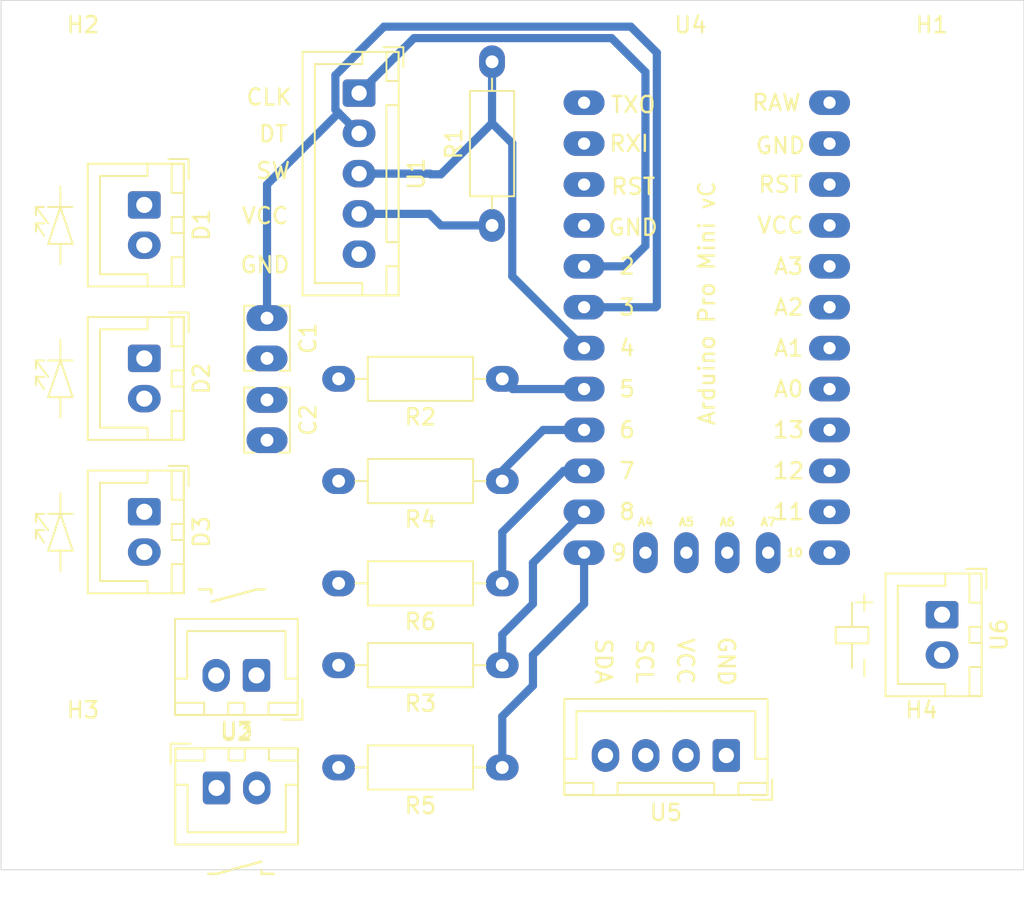
<source format=kicad_pcb>
(kicad_pcb (version 20240108) (generator "pcbnew") (generator_version "8.0")
  (layers (0 "F.Cu" signal) (31 "B.Cu" signal) (34 "B.Paste" user) (35 "F.Paste" user) (36 "B.SilkS" user "B.Silkscreen") (37 "F.SilkS" user "F.Silkscreen") (38 "B.Mask" user) (39 "F.Mask" user) (44 "Edge.Cuts" user))
  (net 0 "")
  (net 1 "Net-(U1-DT)")
  (net 2 "GND")
  (net 3 "Net-(U1-CLK)")
  (net 4 "Net-(D1-A)")
  (net 5 "Net-(D2-A)")
  (net 6 "Net-(D3-A)")
  (net 7 "Net-(U1-SW)")
  (net 8 "+5V")
  (net 9 "Net-(U2-NO)")
  (net 10 "Net-(U3-NO)")
  (net 13 "Net-(U4-5)")
  (net 14 "Net-(U4-6)")
  (net 15 "Net-(U4-7)")
  (net 17 "Net-(U4-A4)")
  (net 18 "Net-(U4-A5)")
  (net 31 "Net-(U4-11)")
  (footprint "My_Headers:4-pin JST SSD1306 I2C OLED Display" (layer "F.Cu") (at 111.065 102.125 180)
    (property "Reference" "U5" (at 3.75 -3.55 0) (layer "F.SilkS"))
    (property "Value" "SSD1306_I2C_display")
    (fp_line (start 10.06 3.51) (end 10.06 -2.46) (stroke (width 0.12)) (layer "F.SilkS"))
    (fp_line (start 10.06 -2.46) (end -2.56 -2.46) (stroke (width 0.12)) (layer "F.SilkS"))
    (fp_line (start 10.05 -0.2) (end 9.3 -0.2) (stroke (width 0.12)) (layer "F.SilkS"))
    (fp_line (start 10.05 -1.7) (end 10.05 -2.45) (stroke (width 0.12)) (layer "F.SilkS"))
    (fp_line (start 10.05 -2.45) (end 8.25 -2.45) (stroke (width 0.12)) (layer "F.SilkS"))
    (fp_line (start 9.3 2.75) (end 3.75 2.75) (stroke (width 0.12)) (layer "F.SilkS"))
    (fp_line (start 9.3 -0.2) (end 9.3 2.75) (stroke (width 0.12)) (layer "F.SilkS"))
    (fp_line (start 8.25 -1.7) (end 10.05 -1.7) (stroke (width 0.12)) (layer "F.SilkS"))
    (fp_line (start 8.25 -2.45) (end 8.25 -1.7) (stroke (width 0.12)) (layer "F.SilkS"))
    (fp_line (start 6.75 -1.7) (end 6.75 -2.45) (stroke (width 0.12)) (layer "F.SilkS"))
    (fp_line (start 6.75 -2.45) (end 0.75 -2.45) (stroke (width 0.12)) (layer "F.SilkS"))
    (fp_line (start 0.75 -1.7) (end 6.75 -1.7) (stroke (width 0.12)) (layer "F.SilkS"))
    (fp_line (start 0.75 -2.45) (end 0.75 -1.7) (stroke (width 0.12)) (layer "F.SilkS"))
    (fp_line (start -0.75 -1.7) (end -0.75 -2.45) (stroke (width 0.12)) (layer "F.SilkS"))
    (fp_line (start -0.75 -2.45) (end -2.55 -2.45) (stroke (width 0.12)) (layer "F.SilkS"))
    (fp_line (start -1.6 -2.75) (end -2.85 -2.75) (stroke (width 0.12)) (layer "F.SilkS"))
    (fp_line (start -1.8 2.75) (end 3.75 2.75) (stroke (width 0.12)) (layer "F.SilkS"))
    (fp_line (start -1.8 -0.2) (end -1.8 2.75) (stroke (width 0.12)) (layer "F.SilkS"))
    (fp_line (start -2.55 -0.2) (end -1.8 -0.2) (stroke (width 0.12)) (layer "F.SilkS"))
    (fp_line (start -2.55 -1.7) (end -0.75 -1.7) (stroke (width 0.12)) (layer "F.SilkS"))
    (fp_line (start -2.55 -2.45) (end -2.55 -1.7) (stroke (width 0.12)) (layer "F.SilkS"))
    (fp_line (start -2.56 3.51) (end 10.06 3.51) (stroke (width 0.12)) (layer "F.SilkS"))
    (fp_line (start -2.56 -2.46) (end -2.56 3.51) (stroke (width 0.12)) (layer "F.SilkS"))
    (fp_line (start -2.85 -2.75) (end -2.85 -1.5) (stroke (width 0.12)) (layer "F.SilkS"))
    (fp_text user "GND" (at 0 5.842 -90) (layer "F.SilkS"))
    (fp_text user "SDA" (at 7.62 5.842 -90) (layer "F.SilkS"))
    (fp_text user "SCL" (at 5.08 5.842 -90) (layer "F.SilkS"))
    (fp_text user "VCC" (at 2.54 5.842 -90) (layer "F.SilkS"))
    (pad "1" thru_hole roundrect (at 0 0 180) (size 1.7 2.032) (drill 0.95) (layers "*.Cu" "*.Mask") (roundrect_rratio 0.147059) (net 2 "GND"))
    (pad "2" thru_hole oval (at 2.5 0 180) (size 1.7 2.032) (drill 0.95) (layers "*.Cu" "*.Mask") (net 8 "+5V"))
    (pad "3" thru_hole oval (at 5 0 180) (size 1.7 2.032) (drill 0.95) (layers "*.Cu" "*.Mask") (net 18 "Net-(U4-A5)"))
    (pad "4" thru_hole oval (at 7.5 0 180) (size 1.7 2.032) (drill 0.95) (layers "*.Cu" "*.Mask") (net 17 "Net-(U4-A4)"))
  )
  (footprint "My_Misc:R_Axial_DIN0207_L6.3mm_D2.5mm_P10.16mm_Horizontal_large" (layer "F.Cu") (at 96.52 69.215 90)
    (property "Reference" "R1" (at 5.08 -2.37 90) (layer "F.SilkS"))
    (property "Value" "10k")
    (fp_line (start 8.35 -1.37) (end 1.81 -1.37) (stroke (width 0.12)) (layer "F.SilkS"))
    (fp_line (start 1.81 -1.37) (end 1.81 1.37) (stroke (width 0.12)) (layer "F.SilkS"))
    (fp_line (start 9.12 0) (end 8.35 0) (stroke (width 0.12)) (layer "F.SilkS"))
    (fp_line (start 1.04 0) (end 1.81 0) (stroke (width 0.12)) (layer "F.SilkS"))
    (fp_line (start 8.35 1.37) (end 8.35 -1.37) (stroke (width 0.12)) (layer "F.SilkS"))
    (fp_line (start 1.81 1.37) (end 8.35 1.37) (stroke (width 0.12)) (layer "F.SilkS"))
    (pad "1" thru_hole oval (at 0 0 90) (size 2.032 1.6) (drill 0.8) (layers "*.Cu" "*.Mask") (net 8 "+5V"))
    (pad "2" thru_hole oval (at 10.16 0 90) (size 2.032 1.6) (drill 0.8) (layers "*.Cu" "*.Mask") (net 7 "Net-(U1-SW)"))
  )
  (footprint "My_Misc:R_Axial_DIN0207_L6.3mm_D2.5mm_P10.16mm_Horizontal_large" (layer "F.Cu") (at 97.155 102.87 180)
    (property "Reference" "R5" (at 5.08 -2.37 0) (layer "F.SilkS"))
    (property "Value" "10k")
    (fp_line (start 9.12 0) (end 8.35 0) (stroke (width 0.12)) (layer "F.SilkS"))
    (fp_line (start 8.35 1.37) (end 8.35 -1.37) (stroke (width 0.12)) (layer "F.SilkS"))
    (fp_line (start 8.35 -1.37) (end 1.81 -1.37) (stroke (width 0.12)) (layer "F.SilkS"))
    (fp_line (start 1.81 1.37) (end 8.35 1.37) (stroke (width 0.12)) (layer "F.SilkS"))
    (fp_line (start 1.81 -1.37) (end 1.81 1.37) (stroke (width 0.12)) (layer "F.SilkS"))
    (fp_line (start 1.04 0) (end 1.81 0) (stroke (width 0.12)) (layer "F.SilkS"))
    (pad "1" thru_hole oval (at 0 0 180) (size 2.032 1.6) (drill 0.8) (layers "*.Cu" "*.Mask") (net 10 "Net-(U3-NO)"))
    (pad "2" thru_hole oval (at 10.16 0 180) (size 2.032 1.6) (drill 0.8) (layers "*.Cu" "*.Mask") (net 2 "GND"))
  )
  (footprint "My_Headers:2-pin JST LED" (layer "F.Cu") (at 74.93 67.945 -90)
    (property "Reference" "D1" (at 1.25 -3.55 90) (layer "F.SilkS"))
    (property "Value" "LED")
    (fp_line (start 0.127 6.731) (end 0.635 6.731) (stroke (width 0.12)) (layer "F.SilkS"))
    (fp_line (start 0.127 6.731) (end 0.127 6.223) (stroke (width 0.12)) (layer "F.SilkS"))
    (fp_line (start 1.143 6.731) (end 1.651 6.731) (stroke (width 0.12)) (layer "F.SilkS"))
    (fp_line (start 1.143 6.731) (end 1.143 6.223) (stroke (width 0.12)) (layer "F.SilkS"))
    (fp_line (start 1.905 6.223) (end 1.143 6.731) (stroke (width 0.12)) (layer "F.SilkS"))
    (fp_line (start 1.143 5.969) (end 0.127 6.731) (stroke (width 0.12)) (layer "F.SilkS"))
    (fp_line (start 2.413 5.969) (end 0.127 5.207) (stroke (width 0.12)) (layer "F.SilkS"))
    (fp_line (start 0.127 5.207) (end -1.143 5.207) (stroke (width 0.12)) (layer "F.SilkS"))
    (fp_line (start 0.127 5.207) (end 2.413 4.445) (stroke (width 0.12)) (layer "F.SilkS"))
    (fp_line (start 2.413 5.207) (end 3.683 5.207) (stroke (width 0.12)) (layer "F.SilkS"))
    (fp_line (start 0.127 4.445) (end 0.127 5.969) (stroke (width 0.12)) (layer "F.SilkS"))
    (fp_line (start 2.413 4.445) (end 2.413 5.969) (stroke (width 0.12)) (layer "F.SilkS"))
    (fp_line (start -2.56 3.51) (end 5.06 3.51) (stroke (width 0.12)) (layer "F.SilkS"))
    (fp_line (start 5.06 3.51) (end 5.06 -2.46) (stroke (width 0.12)) (layer "F.SilkS"))
    (fp_line (start -1.8 2.75) (end 1.25 2.75) (stroke (width 0.12)) (layer "F.SilkS"))
    (fp_line (start 4.3 2.75) (end 1.25 2.75) (stroke (width 0.12)) (layer "F.SilkS"))
    (fp_line (start -2.55 -0.2) (end -1.8 -0.2) (stroke (width 0.12)) (layer "F.SilkS"))
    (fp_line (start -1.8 -0.2) (end -1.8 2.75) (stroke (width 0.12)) (layer "F.SilkS"))
    (fp_line (start 4.3 -0.2) (end 4.3 2.75) (stroke (width 0.12)) (layer "F.SilkS"))
    (fp_line (start 5.05 -0.2) (end 4.3 -0.2) (stroke (width 0.12)) (layer "F.SilkS"))
    (fp_line (start -2.55 -1.7) (end -0.75 -1.7) (stroke (width 0.12)) (layer "F.SilkS"))
    (fp_line (start -0.75 -1.7) (end -0.75 -2.45) (stroke (width 0.12)) (layer "F.SilkS"))
    (fp_line (start 0.75 -1.7) (end 1.75 -1.7) (stroke (width 0.12)) (layer "F.SilkS"))
    (fp_line (start 1.75 -1.7) (end 1.75 -2.45) (stroke (width 0.12)) (layer "F.SilkS"))
    (fp_line (start 3.25 -1.7) (end 5.05 -1.7) (stroke (width 0.12)) (layer "F.SilkS"))
    (fp_line (start 5.05 -1.7) (end 5.05 -2.45) (stroke (width 0.12)) (layer "F.SilkS"))
    (fp_line (start -2.55 -2.45) (end -2.55 -1.7) (stroke (width 0.12)) (layer "F.SilkS"))
    (fp_line (start -0.75 -2.45) (end -2.55 -2.45) (stroke (width 0.12)) (layer "F.SilkS"))
    (fp_line (start 0.75 -2.45) (end 0.75 -1.7) (stroke (width 0.12)) (layer "F.SilkS"))
    (fp_line (start 1.75 -2.45) (end 0.75 -2.45) (stroke (width 0.12)) (layer "F.SilkS"))
    (fp_line (start 3.25 -2.45) (end 3.25 -1.7) (stroke (width 0.12)) (layer "F.SilkS"))
    (fp_line (start 5.05 -2.45) (end 3.25 -2.45) (stroke (width 0.12)) (layer "F.SilkS"))
    (fp_line (start -2.56 -2.46) (end -2.56 3.51) (stroke (width 0.12)) (layer "F.SilkS"))
    (fp_line (start 5.06 -2.46) (end -2.56 -2.46) (stroke (width 0.12)) (layer "F.SilkS"))
    (fp_line (start -2.85 -2.75) (end -2.85 -1.5) (stroke (width 0.12)) (layer "F.SilkS"))
    (fp_line (start -1.6 -2.75) (end -2.85 -2.75) (stroke (width 0.12)) (layer "F.SilkS"))
    (pad "1" thru_hole roundrect (at 0 0 270) (size 1.7 2.032) (drill 1) (layers "*.Cu" "*.Mask") (roundrect_rratio 0.147059) (net 2 "GND"))
    (pad "2" thru_hole oval (at 2.5 0 270) (size 1.7 2.032) (drill 1) (layers "*.Cu" "*.Mask") (net 4 "Net-(D1-A)"))
  )
  (footprint "MountingHole:MountingHole_3.2mm_M3" (layer "F.Cu") (at 71.12 60.96)
    (property "Reference" "H2" (at 0 -4.2 0) (layer "F.SilkS"))
    (property "Value" "MountingHole")
    (pad "" np_thru_hole circle (at 0 0) (size 3.2 3.2) (drill 3.2) (layers "*.Cu" "*.Mask"))
  )
  (footprint "My_Misc:R_Axial_DIN0207_L6.3mm_D2.5mm_P10.16mm_Horizontal_large" (layer "F.Cu") (at 97.155 85.09 180)
    (property "Reference" "R4" (at 5.08 -2.37 0) (layer "F.SilkS"))
    (property "Value" "330R")
    (fp_line (start 9.12 0) (end 8.35 0) (stroke (width 0.12)) (layer "F.SilkS"))
    (fp_line (start 8.35 1.37) (end 8.35 -1.37) (stroke (width 0.12)) (layer "F.SilkS"))
    (fp_line (start 8.35 -1.37) (end 1.81 -1.37) (stroke (width 0.12)) (layer "F.SilkS"))
    (fp_line (start 1.81 1.37) (end 8.35 1.37) (stroke (width 0.12)) (layer "F.SilkS"))
    (fp_line (start 1.81 -1.37) (end 1.81 1.37) (stroke (width 0.12)) (layer "F.SilkS"))
    (fp_line (start 1.04 0) (end 1.81 0) (stroke (width 0.12)) (layer "F.SilkS"))
    (pad "1" thru_hole oval (at 0 0 180) (size 2.032 1.6) (drill 0.8) (layers "*.Cu" "*.Mask") (net 14 "Net-(U4-6)"))
    (pad "2" thru_hole oval (at 10.16 0 180) (size 2.032 1.6) (drill 0.8) (layers "*.Cu" "*.Mask") (net 5 "Net-(D2-A)"))
  )
  (footprint "My_Misc:R_Axial_DIN0207_L6.3mm_D2.5mm_P10.16mm_Horizontal_large" (layer "F.Cu") (at 97.155 96.52 180)
    (property "Reference" "R3" (at 5.08 -2.37 0) (layer "F.SilkS"))
    (property "Value" "10k")
    (fp_line (start 9.12 0) (end 8.35 0) (stroke (width 0.12)) (layer "F.SilkS"))
    (fp_line (start 8.35 1.37) (end 8.35 -1.37) (stroke (width 0.12)) (layer "F.SilkS"))
    (fp_line (start 8.35 -1.37) (end 1.81 -1.37) (stroke (width 0.12)) (layer "F.SilkS"))
    (fp_line (start 1.81 1.37) (end 8.35 1.37) (stroke (width 0.12)) (layer "F.SilkS"))
    (fp_line (start 1.81 -1.37) (end 1.81 1.37) (stroke (width 0.12)) (layer "F.SilkS"))
    (fp_line (start 1.04 0) (end 1.81 0) (stroke (width 0.12)) (layer "F.SilkS"))
    (pad "1" thru_hole oval (at 0 0 180) (size 2.032 1.6) (drill 0.8) (layers "*.Cu" "*.Mask") (net 9 "Net-(U2-NO)"))
    (pad "2" thru_hole oval (at 10.16 0 180) (size 2.032 1.6) (drill 0.8) (layers "*.Cu" "*.Mask") (net 2 "GND"))
  )
  (footprint "My_Headers:2-pin JST LED" (layer "F.Cu") (at 74.93 77.47 -90)
    (property "Reference" "D2" (at 1.25 -3.55 90) (layer "F.SilkS"))
    (property "Value" "LED")
    (fp_line (start 0.127 6.731) (end 0.635 6.731) (stroke (width 0.12)) (layer "F.SilkS"))
    (fp_line (start 0.127 6.731) (end 0.127 6.223) (stroke (width 0.12)) (layer "F.SilkS"))
    (fp_line (start 1.143 6.731) (end 1.651 6.731) (stroke (width 0.12)) (layer "F.SilkS"))
    (fp_line (start 1.143 6.731) (end 1.143 6.223) (stroke (width 0.12)) (layer "F.SilkS"))
    (fp_line (start 1.905 6.223) (end 1.143 6.731) (stroke (width 0.12)) (layer "F.SilkS"))
    (fp_line (start 1.143 5.969) (end 0.127 6.731) (stroke (width 0.12)) (layer "F.SilkS"))
    (fp_line (start 2.413 5.969) (end 0.127 5.207) (stroke (width 0.12)) (layer "F.SilkS"))
    (fp_line (start 0.127 5.207) (end -1.143 5.207) (stroke (width 0.12)) (layer "F.SilkS"))
    (fp_line (start 0.127 5.207) (end 2.413 4.445) (stroke (width 0.12)) (layer "F.SilkS"))
    (fp_line (start 2.413 5.207) (end 3.683 5.207) (stroke (width 0.12)) (layer "F.SilkS"))
    (fp_line (start 0.127 4.445) (end 0.127 5.969) (stroke (width 0.12)) (layer "F.SilkS"))
    (fp_line (start 2.413 4.445) (end 2.413 5.969) (stroke (width 0.12)) (layer "F.SilkS"))
    (fp_line (start -2.56 3.51) (end 5.06 3.51) (stroke (width 0.12)) (layer "F.SilkS"))
    (fp_line (start 5.06 3.51) (end 5.06 -2.46) (stroke (width 0.12)) (layer "F.SilkS"))
    (fp_line (start -1.8 2.75) (end 1.25 2.75) (stroke (width 0.12)) (layer "F.SilkS"))
    (fp_line (start 4.3 2.75) (end 1.25 2.75) (stroke (width 0.12)) (layer "F.SilkS"))
    (fp_line (start -2.55 -0.2) (end -1.8 -0.2) (stroke (width 0.12)) (layer "F.SilkS"))
    (fp_line (start -1.8 -0.2) (end -1.8 2.75) (stroke (width 0.12)) (layer "F.SilkS"))
    (fp_line (start 4.3 -0.2) (end 4.3 2.75) (stroke (width 0.12)) (layer "F.SilkS"))
    (fp_line (start 5.05 -0.2) (end 4.3 -0.2) (stroke (width 0.12)) (layer "F.SilkS"))
    (fp_line (start -2.55 -1.7) (end -0.75 -1.7) (stroke (width 0.12)) (layer "F.SilkS"))
    (fp_line (start -0.75 -1.7) (end -0.75 -2.45) (stroke (width 0.12)) (layer "F.SilkS"))
    (fp_line (start 0.75 -1.7) (end 1.75 -1.7) (stroke (width 0.12)) (layer "F.SilkS"))
    (fp_line (start 1.75 -1.7) (end 1.75 -2.45) (stroke (width 0.12)) (layer "F.SilkS"))
    (fp_line (start 3.25 -1.7) (end 5.05 -1.7) (stroke (width 0.12)) (layer "F.SilkS"))
    (fp_line (start 5.05 -1.7) (end 5.05 -2.45) (stroke (width 0.12)) (layer "F.SilkS"))
    (fp_line (start -2.55 -2.45) (end -2.55 -1.7) (stroke (width 0.12)) (layer "F.SilkS"))
    (fp_line (start -0.75 -2.45) (end -2.55 -2.45) (stroke (width 0.12)) (layer "F.SilkS"))
    (fp_line (start 0.75 -2.45) (end 0.75 -1.7) (stroke (width 0.12)) (layer "F.SilkS"))
    (fp_line (start 1.75 -2.45) (end 0.75 -2.45) (stroke (width 0.12)) (layer "F.SilkS"))
    (fp_line (start 3.25 -2.45) (end 3.25 -1.7) (stroke (width 0.12)) (layer "F.SilkS"))
    (fp_line (start 5.05 -2.45) (end 3.25 -2.45) (stroke (width 0.12)) (layer "F.SilkS"))
    (fp_line (start -2.56 -2.46) (end -2.56 3.51) (stroke (width 0.12)) (layer "F.SilkS"))
    (fp_line (start 5.06 -2.46) (end -2.56 -2.46) (stroke (width 0.12)) (layer "F.SilkS"))
    (fp_line (start -2.85 -2.75) (end -2.85 -1.5) (stroke (width 0.12)) (layer "F.SilkS"))
    (fp_line (start -1.6 -2.75) (end -2.85 -2.75) (stroke (width 0.12)) (layer "F.SilkS"))
    (pad "1" thru_hole roundrect (at 0 0 270) (size 1.7 2.032) (drill 1) (layers "*.Cu" "*.Mask") (roundrect_rratio 0.147059) (net 2 "GND"))
    (pad "2" thru_hole oval (at 2.5 0 270) (size 1.7 2.032) (drill 1) (layers "*.Cu" "*.Mask") (net 5 "Net-(D2-A)"))
  )
  (footprint "My_Misc:R_Axial_DIN0207_L6.3mm_D2.5mm_P10.16mm_Horizontal_large" (layer "F.Cu") (at 97.155 78.74 180)
    (property "Reference" "R2" (at 5.08 -2.37 0) (layer "F.SilkS"))
    (property "Value" "330R")
    (fp_line (start 9.12 0) (end 8.35 0) (stroke (width 0.12)) (layer "F.SilkS"))
    (fp_line (start 8.35 1.37) (end 8.35 -1.37) (stroke (width 0.12)) (layer "F.SilkS"))
    (fp_line (start 8.35 -1.37) (end 1.81 -1.37) (stroke (width 0.12)) (layer "F.SilkS"))
    (fp_line (start 1.81 1.37) (end 8.35 1.37) (stroke (width 0.12)) (layer "F.SilkS"))
    (fp_line (start 1.81 -1.37) (end 1.81 1.37) (stroke (width 0.12)) (layer "F.SilkS"))
    (fp_line (start 1.04 0) (end 1.81 0) (stroke (width 0.12)) (layer "F.SilkS"))
    (pad "1" thru_hole oval (at 0 0 180) (size 2.032 1.6) (drill 0.8) (layers "*.Cu" "*.Mask") (net 13 "Net-(U4-5)"))
    (pad "2" thru_hole oval (at 10.16 0 180) (size 2.032 1.6) (drill 0.8) (layers "*.Cu" "*.Mask") (net 4 "Net-(D1-A)"))
  )
  (footprint "MountingHole:MountingHole_3.2mm_M3" (layer "F.Cu") (at 123.825 60.96)
    (property "Reference" "H1" (at 0 -4.2 0) (layer "F.SilkS"))
    (property "Value" "MountingHole")
    (pad "" np_thru_hole circle (at 0 0) (size 3.2 3.2) (drill 3.2) (layers "*.Cu" "*.Mask"))
  )
  (footprint "My_Headers:5-pin JST Rotary Encoder" (layer "F.Cu") (at 88.265 61 -90)
    (property "Reference" "U1" (at 5 -3.55 90) (layer "F.SilkS"))
    (property "Value" "KY-040_Rotary_Encoder")
    (fp_line (start -2.56 3.51) (end 12.56 3.51) (stroke (width 0.12)) (layer "F.SilkS"))
    (fp_line (start 12.56 3.51) (end 12.56 -2.46) (stroke (width 0.12)) (layer "F.SilkS"))
    (fp_line (start -1.8 2.75) (end 5 2.75) (stroke (width 0.12)) (layer "F.SilkS"))
    (fp_line (start 11.8 2.75) (end 5 2.75) (stroke (width 0.12)) (layer "F.SilkS"))
    (fp_line (start -2.55 -0.2) (end -1.8 -0.2) (stroke (width 0.12)) (layer "F.SilkS"))
    (fp_line (start -1.8 -0.2) (end -1.8 2.75) (stroke (width 0.12)) (layer "F.SilkS"))
    (fp_line (start 11.8 -0.2) (end 11.8 2.75) (stroke (width 0.12)) (layer "F.SilkS"))
    (fp_line (start 12.55 -0.2) (end 11.8 -0.2) (stroke (width 0.12)) (layer "F.SilkS"))
    (fp_line (start -2.55 -1.7) (end -0.75 -1.7) (stroke (width 0.12)) (layer "F.SilkS"))
    (fp_line (start -0.75 -1.7) (end -0.75 -2.45) (stroke (width 0.12)) (layer "F.SilkS"))
    (fp_line (start 0.75 -1.7) (end 9.25 -1.7) (stroke (width 0.12)) (layer "F.SilkS"))
    (fp_line (start 9.25 -1.7) (end 9.25 -2.45) (stroke (width 0.12)) (layer "F.SilkS"))
    (fp_line (start 10.75 -1.7) (end 12.55 -1.7) (stroke (width 0.12)) (layer "F.SilkS"))
    (fp_line (start 12.55 -1.7) (end 12.55 -2.45) (stroke (width 0.12)) (layer "F.SilkS"))
    (fp_line (start -2.55 -2.45) (end -2.55 -1.7) (stroke (width 0.12)) (layer "F.SilkS"))
    (fp_line (start -0.75 -2.45) (end -2.55 -2.45) (stroke (width 0.12)) (layer "F.SilkS"))
    (fp_line (start 0.75 -2.45) (end 0.75 -1.7) (stroke (width 0.12)) (layer "F.SilkS"))
    (fp_line (start 9.25 -2.45) (end 0.75 -2.45) (stroke (width 0.12)) (layer "F.SilkS"))
    (fp_line (start 10.75 -2.45) (end 10.75 -1.7) (stroke (width 0.12)) (layer "F.SilkS"))
    (fp_line (start 12.55 -2.45) (end 10.75 -2.45) (stroke (width 0.12)) (layer "F.SilkS"))
    (fp_line (start -2.56 -2.46) (end -2.56 3.51) (stroke (width 0.12)) (layer "F.SilkS"))
    (fp_line (start 12.56 -2.46) (end -2.56 -2.46) (stroke (width 0.12)) (layer "F.SilkS"))
    (fp_line (start -2.85 -2.75) (end -2.85 -1.5) (stroke (width 0.12)) (layer "F.SilkS"))
    (fp_line (start -1.6 -2.75) (end -2.85 -2.75) (stroke (width 0.12)) (layer "F.SilkS"))
    (fp_text user "SW" (at 4.826 5.334 0) (layer "F.SilkS"))
    (fp_text user "VCC" (at 7.62 5.842 0) (layer "F.SilkS"))
    (fp_text user "DT" (at 2.54 5.334 0) (layer "F.SilkS"))
    (fp_text user "CLK" (at 0.254 5.588 0) (layer "F.SilkS"))
    (fp_text user "GND" (at 10.668 5.842 0) (layer "F.SilkS"))
    (pad "1" thru_hole roundrect (at 0 0 270) (size 1.7 2.032) (drill 0.95) (layers "*.Cu" "*.Mask") (roundrect_rratio 0.147059) (net 3 "Net-(U1-CLK)"))
    (pad "2" thru_hole oval (at 2.5 0 270) (size 1.7 2.032) (drill 0.95) (layers "*.Cu" "*.Mask") (net 1 "Net-(U1-DT)"))
    (pad "3" thru_hole oval (at 5 0 270) (size 1.7 2.032) (drill 0.95) (layers "*.Cu" "*.Mask") (net 7 "Net-(U1-SW)"))
    (pad "4" thru_hole oval (at 7.5 0 270) (size 1.7 2.032) (drill 0.95) (layers "*.Cu" "*.Mask") (net 8 "+5V"))
    (pad "5" thru_hole oval (at 10 0 270) (size 1.7 2.032) (drill 0.95) (layers "*.Cu" "*.Mask") (net 2 "GND"))
  )
  (footprint "MountingHole:MountingHole_3.2mm_M3" (layer "F.Cu") (at 71.12 103.505)
    (property "Reference" "H3" (at 0 -4.2 0) (layer "F.SilkS"))
    (property "Value" "MountingHole")
    (pad "" np_thru_hole circle (at 0 0) (size 3.2 3.2) (drill 3.2) (layers "*.Cu" "*.Mask"))
  )
  (footprint "My_Misc:R_Axial_DIN0207_L6.3mm_D2.5mm_P10.16mm_Horizontal_large" (layer "F.Cu") (at 97.155 91.44 180)
    (property "Reference" "R6" (at 5.08 -2.37 0) (layer "F.SilkS"))
    (property "Value" "330R")
    (fp_line (start 9.12 0) (end 8.35 0) (stroke (width 0.12)) (layer "F.SilkS"))
    (fp_line (start 8.35 1.37) (end 8.35 -1.37) (stroke (width 0.12)) (layer "F.SilkS"))
    (fp_line (start 8.35 -1.37) (end 1.81 -1.37) (stroke (width 0.12)) (layer "F.SilkS"))
    (fp_line (start 1.81 1.37) (end 8.35 1.37) (stroke (width 0.12)) (layer "F.SilkS"))
    (fp_line (start 1.81 -1.37) (end 1.81 1.37) (stroke (width 0.12)) (layer "F.SilkS"))
    (fp_line (start 1.04 0) (end 1.81 0) (stroke (width 0.12)) (layer "F.SilkS"))
    (pad "1" thru_hole oval (at 0 0 180) (size 2.032 1.6) (drill 0.8) (layers "*.Cu" "*.Mask") (net 15 "Net-(U4-7)"))
    (pad "2" thru_hole oval (at 10.16 0 180) (size 2.032 1.6) (drill 0.8) (layers "*.Cu" "*.Mask") (net 6 "Net-(D3-A)"))
  )
  (footprint "My_Headers:2-pin JST LED" (layer "F.Cu") (at 74.93 86.995 -90)
    (property "Reference" "D3" (at 1.25 -3.55 90) (layer "F.SilkS"))
    (property "Value" "LED")
    (fp_line (start 0.127 6.731) (end 0.635 6.731) (stroke (width 0.12)) (layer "F.SilkS"))
    (fp_line (start 0.127 6.731) (end 0.127 6.223) (stroke (width 0.12)) (layer "F.SilkS"))
    (fp_line (start 1.143 6.731) (end 1.651 6.731) (stroke (width 0.12)) (layer "F.SilkS"))
    (fp_line (start 1.143 6.731) (end 1.143 6.223) (stroke (width 0.12)) (layer "F.SilkS"))
    (fp_line (start 1.905 6.223) (end 1.143 6.731) (stroke (width 0.12)) (layer "F.SilkS"))
    (fp_line (start 1.143 5.969) (end 0.127 6.731) (stroke (width 0.12)) (layer "F.SilkS"))
    (fp_line (start 2.413 5.969) (end 0.127 5.207) (stroke (width 0.12)) (layer "F.SilkS"))
    (fp_line (start 0.127 5.207) (end -1.143 5.207) (stroke (width 0.12)) (layer "F.SilkS"))
    (fp_line (start 0.127 5.207) (end 2.413 4.445) (stroke (width 0.12)) (layer "F.SilkS"))
    (fp_line (start 2.413 5.207) (end 3.683 5.207) (stroke (width 0.12)) (layer "F.SilkS"))
    (fp_line (start 0.127 4.445) (end 0.127 5.969) (stroke (width 0.12)) (layer "F.SilkS"))
    (fp_line (start 2.413 4.445) (end 2.413 5.969) (stroke (width 0.12)) (layer "F.SilkS"))
    (fp_line (start -2.56 3.51) (end 5.06 3.51) (stroke (width 0.12)) (layer "F.SilkS"))
    (fp_line (start 5.06 3.51) (end 5.06 -2.46) (stroke (width 0.12)) (layer "F.SilkS"))
    (fp_line (start -1.8 2.75) (end 1.25 2.75) (stroke (width 0.12)) (layer "F.SilkS"))
    (fp_line (start 4.3 2.75) (end 1.25 2.75) (stroke (width 0.12)) (layer "F.SilkS"))
    (fp_line (start -2.55 -0.2) (end -1.8 -0.2) (stroke (width 0.12)) (layer "F.SilkS"))
    (fp_line (start -1.8 -0.2) (end -1.8 2.75) (stroke (width 0.12)) (layer "F.SilkS"))
    (fp_line (start 4.3 -0.2) (end 4.3 2.75) (stroke (width 0.12)) (layer "F.SilkS"))
    (fp_line (start 5.05 -0.2) (end 4.3 -0.2) (stroke (width 0.12)) (layer "F.SilkS"))
    (fp_line (start -2.55 -1.7) (end -0.75 -1.7) (stroke (width 0.12)) (layer "F.SilkS"))
    (fp_line (start -0.75 -1.7) (end -0.75 -2.45) (stroke (width 0.12)) (layer "F.SilkS"))
    (fp_line (start 0.75 -1.7) (end 1.75 -1.7) (stroke (width 0.12)) (layer "F.SilkS"))
    (fp_line (start 1.75 -1.7) (end 1.75 -2.45) (stroke (width 0.12)) (layer "F.SilkS"))
    (fp_line (start 3.25 -1.7) (end 5.05 -1.7) (stroke (width 0.12)) (layer "F.SilkS"))
    (fp_line (start 5.05 -1.7) (end 5.05 -2.45) (stroke (width 0.12)) (layer "F.SilkS"))
    (fp_line (start -2.55 -2.45) (end -2.55 -1.7) (stroke (width 0.12)) (layer "F.SilkS"))
    (fp_line (start -0.75 -2.45) (end -2.55 -2.45) (stroke (width 0.12)) (layer "F.SilkS"))
    (fp_line (start 0.75 -2.45) (end 0.75 -1.7) (stroke (width 0.12)) (layer "F.SilkS"))
    (fp_line (start 1.75 -2.45) (end 0.75 -2.45) (stroke (width 0.12)) (layer "F.SilkS"))
    (fp_line (start 3.25 -2.45) (end 3.25 -1.7) (stroke (width 0.12)) (layer "F.SilkS"))
    (fp_line (start 5.05 -2.45) (end 3.25 -2.45) (stroke (width 0.12)) (layer "F.SilkS"))
    (fp_line (start -2.56 -2.46) (end -2.56 3.51) (stroke (width 0.12)) (layer "F.SilkS"))
    (fp_line (start 5.06 -2.46) (end -2.56 -2.46) (stroke (width 0.12)) (layer "F.SilkS"))
    (fp_line (start -2.85 -2.75) (end -2.85 -1.5) (stroke (width 0.12)) (layer "F.SilkS"))
    (fp_line (start -1.6 -2.75) (end -2.85 -2.75) (stroke (width 0.12)) (layer "F.SilkS"))
    (pad "1" thru_hole roundrect (at 0 0 270) (size 1.7 2.032) (drill 1) (layers "*.Cu" "*.Mask") (roundrect_rratio 0.147059) (net 2 "GND"))
    (pad "2" thru_hole oval (at 2.5 0 270) (size 1.7 2.032) (drill 1) (layers "*.Cu" "*.Mask") (net 6 "Net-(D3-A)"))
  )
  (footprint "My_Arduino:Arduino_Pro_Mini_vC_no-progr-large" (layer "F.Cu") (at 102.235 61.595)
    (property "Reference" "U4" (at 6.604 -4.826 0) (layer "F.SilkS"))
    (property "Value" "Arduino_Mini_Pro")
    (fp_text user "6" (at 2.667 20.32 0) (layer "F.SilkS"))
    (fp_text user "10" (at 13.081 27.94 0) (layer "F.SilkS") (effects (font (size 0.508 0.508) (thickness 0.127))))
    (fp_text user "3" (at 2.667 12.7 0) (layer "F.SilkS"))
    (fp_text user "4" (at 2.667 15.24 0) (layer "F.SilkS"))
    (fp_text user "VCC" (at 12.192 7.62 0) (layer "F.SilkS"))
    (fp_text user "A5" (at 6.35 26.035 0) (layer "F.SilkS") (effects (font (size 0.508 0.508) (thickness 0.127))))
    (fp_text user "RXI" (at 2.794 2.54 0) (layer "F.SilkS"))
    (fp_text user "Arduino Pro Mini vC" (at 7.62 12.446 -90) (layer "F.SilkS"))
    (fp_text user "8" (at 2.667 25.4 0) (layer "F.SilkS"))
    (fp_text user "A6" (at 8.89 26.035 0) (layer "F.SilkS") (effects (font (size 0.508 0.508) (thickness 0.127))))
    (fp_text user "12" (at 12.7 22.86 0) (layer "F.SilkS"))
    (fp_text user "A0" (at 12.7 17.78 0) (layer "F.SilkS"))
    (fp_text user "9" (at 2.159 27.94 0) (layer "F.SilkS"))
    (fp_text user "RAW" (at 11.938 0 0) (layer "F.SilkS"))
    (fp_text user "A3" (at 12.7 10.16 0) (layer "F.SilkS"))
    (fp_text user "2" (at 2.667 10.16 0) (layer "F.SilkS"))
    (fp_text user "7" (at 2.667 22.86 0) (layer "F.SilkS"))
    (fp_text user "13" (at 12.7 20.32 0) (layer "F.SilkS"))
    (fp_text user "A2" (at 12.7 12.7 0) (layer "F.SilkS"))
    (fp_text user "GND" (at 12.192 2.667 0) (layer "F.SilkS"))
    (fp_text user "11" (at 12.7 25.4 0) (layer "F.SilkS"))
    (fp_text user "RST" (at 3.048 5.207 0) (layer "F.SilkS"))
    (fp_text user "TXO" (at 3.048 0.127 0) (layer "F.SilkS"))
    (fp_text user "A4" (at 3.81 26.035 0) (layer "F.SilkS") (effects (font (size 0.508 0.508) (thickness 0.127))))
    (fp_text user "5" (at 2.667 17.78 0) (layer "F.SilkS"))
    (fp_text user "A1" (at 12.7 15.24 0) (layer "F.SilkS"))
    (fp_text user "RST" (at 12.192 5.08 0) (layer "F.SilkS"))
    (fp_text user "GND" (at 3.048 7.747 0) (layer "F.SilkS"))
    (fp_text user "A7" (at 11.43 26.035 0) (layer "F.SilkS") (effects (font (size 0.508 0.508) (thickness 0.127))))
    (pad "1" thru_hole oval (at 0 0) (size 2.54 1.524) (drill 0.762) (layers "*.Cu" "*.Mask"))
    (pad "2" thru_hole oval (at 0 2.54) (size 2.54 1.524) (drill 0.762) (layers "*.Cu" "*.Mask"))
    (pad "3" thru_hole oval (at 0 5.08) (size 2.54 1.524) (drill 0.762) (layers "*.Cu" "*.Mask"))
    (pad "4" thru_hole oval (at 0 7.62) (size 2.54 1.524) (drill 0.762) (layers "*.Cu" "*.Mask"))
    (pad "5" thru_hole oval (at 0 10.16) (size 2.54 1.524) (drill 0.762) (layers "*.Cu" "*.Mask") (net 3 "Net-(U1-CLK)"))
    (pad "6" thru_hole oval (at 0 12.7) (size 2.54 1.524) (drill 0.762) (layers "*.Cu" "*.Mask") (net 1 "Net-(U1-DT)"))
    (pad "7" thru_hole oval (at 0 15.24) (size 2.54 1.524) (drill 0.762) (layers "*.Cu" "*.Mask") (net 7 "Net-(U1-SW)"))
    (pad "8" thru_hole oval (at 0 17.78) (size 2.54 1.524) (drill 0.762) (layers "*.Cu" "*.Mask") (net 13 "Net-(U4-5)"))
    (pad "9" thru_hole oval (at 0 20.32) (size 2.54 1.524) (drill 0.762) (layers "*.Cu" "*.Mask") (net 14 "Net-(U4-6)"))
    (pad "10" thru_hole oval (at 0 22.86) (size 2.54 1.524) (drill 0.762) (layers "*.Cu" "*.Mask") (net 15 "Net-(U4-7)"))
    (pad "11" thru_hole oval (at 0 25.4) (size 2.54 1.524) (drill 0.762) (layers "*.Cu" "*.Mask") (net 9 "Net-(U2-NO)"))
    (pad "12" thru_hole oval (at 0 27.94) (size 2.54 1.524) (drill 0.762) (layers "*.Cu" "*.Mask") (net 10 "Net-(U3-NO)"))
    (pad "13" thru_hole oval (at 15.24 0) (size 2.54 1.524) (drill 0.762) (layers "*.Cu" "*.Mask"))
    (pad "14" thru_hole oval (at 15.24 2.54) (size 2.54 1.524) (drill 0.762) (layers "*.Cu" "*.Mask") (net 2 "GND"))
    (pad "15" thru_hole oval (at 15.24 5.08) (size 2.54 1.524) (drill 0.762) (layers "*.Cu" "*.Mask"))
    (pad "16" thru_hole oval (at 15.24 7.62) (size 2.54 1.524) (drill 0.762) (layers "*.Cu" "*.Mask") (net 8 "+5V"))
    (pad "17" thru_hole oval (at 15.24 10.16) (size 2.54 1.524) (drill 0.762) (layers "*.Cu" "*.Mask"))
    (pad "18" thru_hole oval (at 15.24 12.7) (size 2.54 1.524) (drill 0.762) (layers "*.Cu" "*.Mask"))
    (pad "19" thru_hole oval (at 15.24 15.24) (size 2.54 1.524) (drill 0.762) (layers "*.Cu" "*.Mask"))
    (pad "20" thru_hole oval (at 15.24 17.78) (size 2.54 1.524) (drill 0.762) (layers "*.Cu" "*.Mask"))
    (pad "21" thru_hole oval (at 15.24 20.32) (size 2.54 1.524) (drill 0.762) (layers "*.Cu" "*.Mask"))
    (pad "22" thru_hole oval (at 15.24 22.86) (size 2.54 1.524) (drill 0.762) (layers "*.Cu" "*.Mask"))
    (pad "23" thru_hole oval (at 15.24 25.4) (size 2.54 1.524) (drill 0.762) (layers "*.Cu" "*.Mask") (net 31 "Net-(U4-11)"))
    (pad "24" thru_hole oval (at 15.24 27.94) (size 2.54 1.524) (drill 0.762) (layers "*.Cu" "*.Mask"))
    (pad "25" thru_hole oval (at 3.81 27.94) (size 1.524 2.54) (drill 0.762) (layers "*.Cu" "*.Mask") (net 17 "Net-(U4-A4)"))
    (pad "26" thru_hole oval (at 6.35 27.94) (size 1.524 2.54) (drill 0.762) (layers "*.Cu" "*.Mask") (net 18 "Net-(U4-A5)"))
    (pad "27" thru_hole oval (at 8.89 27.94) (size 1.524 2.54) (drill 0.762) (layers "*.Cu" "*.Mask"))
    (pad "28" thru_hole oval (at 11.43 27.94) (size 1.524 2.54) (drill 0.762) (layers "*.Cu" "*.Mask"))
  )
  (footprint "MountingHole:MountingHole_3.2mm_M3" (layer "F.Cu") (at 123.19 103.505)
    (property "Reference" "H4" (at 0 -4.2 0) (layer "F.SilkS"))
    (property "Value" "MountingHole")
    (pad "" np_thru_hole circle (at 0 0) (size 3.2 3.2) (drill 3.2) (layers "*.Cu" "*.Mask"))
  )
  (footprint "My_Headers:2-pin JST SSR" (layer "F.Cu") (at 124.46 93.385 -90)
    (property "Reference" "U6" (at 1.25 -3.55 90) (layer "F.SilkS"))
    (property "Value" "SSR_Relay")
    (fp_line (start 0.762 6.604) (end 0.762 5.588) (stroke (width 0.12)) (layer "F.SilkS"))
    (fp_line (start 1.778 6.604) (end 0.762 6.604) (stroke (width 0.12)) (layer "F.SilkS"))
    (fp_line (start -0.762 5.588) (end 0.762 5.588) (stroke (width 0.12)) (layer "F.SilkS"))
    (fp_line (start 0.762 5.588) (end 0.762 4.572) (stroke (width 0.12)) (layer "F.SilkS"))
    (fp_line (start 1.778 5.588) (end 3.302 5.588) (stroke (width 0.12)) (layer "F.SilkS"))
    (fp_line (start -0.762 5.334) (end -0.762 4.318) (stroke (width 0.12)) (layer "F.SilkS"))
    (fp_line (start -1.27 4.826) (end -0.254 4.826) (stroke (width 0.12)) (layer "F.SilkS"))
    (fp_line (start 2.794 4.826) (end 3.81 4.826) (stroke (width 0.12)) (layer "F.SilkS"))
    (fp_line (start 0.762 4.572) (end 1.778 4.572) (stroke (width 0.12)) (layer "F.SilkS"))
    (fp_line (start 1.778 4.572) (end 1.778 6.604) (stroke (width 0.12)) (layer "F.SilkS"))
    (fp_line (start -2.56 3.51) (end 5.06 3.51) (stroke (width 0.12)) (layer "F.SilkS"))
    (fp_line (start 5.06 3.51) (end 5.06 -2.46) (stroke (width 0.12)) (layer "F.SilkS"))
    (fp_line (start -1.8 2.75) (end 1.25 2.75) (stroke (width 0.12)) (layer "F.SilkS"))
    (fp_line (start 4.3 2.75) (end 1.25 2.75) (stroke (width 0.12)) (layer "F.SilkS"))
    (fp_line (start -2.55 -0.2) (end -1.8 -0.2) (stroke (width 0.12)) (layer "F.SilkS"))
    (fp_line (start -1.8 -0.2) (end -1.8 2.75) (stroke (width 0.12)) (layer "F.SilkS"))
    (fp_line (start 4.3 -0.2) (end 4.3 2.75) (stroke (width 0.12)) (layer "F.SilkS"))
    (fp_line (start 5.05 -0.2) (end 4.3 -0.2) (stroke (width 0.12)) (layer "F.SilkS"))
    (fp_line (start -2.55 -1.7) (end -0.75 -1.7) (stroke (width 0.12)) (layer "F.SilkS"))
    (fp_line (start -0.75 -1.7) (end -0.75 -2.45) (stroke (width 0.12)) (layer "F.SilkS"))
    (fp_line (start 0.75 -1.7) (end 1.75 -1.7) (stroke (width 0.12)) (layer "F.SilkS"))
    (fp_line (start 1.75 -1.7) (end 1.75 -2.45) (stroke (width 0.12)) (layer "F.SilkS"))
    (fp_line (start 3.25 -1.7) (end 5.05 -1.7) (stroke (width 0.12)) (layer "F.SilkS"))
    (fp_line (start 5.05 -1.7) (end 5.05 -2.45) (stroke (width 0.12)) (layer "F.SilkS"))
    (fp_line (start -2.55 -2.45) (end -2.55 -1.7) (stroke (width 0.12)) (layer "F.SilkS"))
    (fp_line (start -0.75 -2.45) (end -2.55 -2.45) (stroke (width 0.12)) (layer "F.SilkS"))
    (fp_line (start 0.75 -2.45) (end 0.75 -1.7) (stroke (width 0.12)) (layer "F.SilkS"))
    (fp_line (start 1.75 -2.45) (end 0.75 -2.45) (stroke (width 0.12)) (layer "F.SilkS"))
    (fp_line (start 3.25 -2.45) (end 3.25 -1.7) (stroke (width 0.12)) (layer "F.SilkS"))
    (fp_line (start 5.05 -2.45) (end 3.25 -2.45) (stroke (width 0.12)) (layer "F.SilkS"))
    (fp_line (start -2.56 -2.46) (end -2.56 3.51) (stroke (width 0.12)) (layer "F.SilkS"))
    (fp_line (start 5.06 -2.46) (end -2.56 -2.46) (stroke (width 0.12)) (layer "F.SilkS"))
    (fp_line (start -2.85 -2.75) (end -2.85 -1.5) (stroke (width 0.12)) (layer "F.SilkS"))
    (fp_line (start -1.6 -2.75) (end -2.85 -2.75) (stroke (width 0.12)) (layer "F.SilkS"))
    (pad "1" thru_hole roundrect (at 0 0 270) (size 1.7 2.032) (drill 1) (layers "*.Cu" "*.Mask") (roundrect_rratio 0.147059) (net 31 "Net-(U4-11)"))
    (pad "2" thru_hole oval (at 2.5 0 270) (size 1.7 2.032) (drill 1) (layers "*.Cu" "*.Mask") (net 2 "GND"))
  )
  (footprint "My_Headers:2-pin JST Switch" (layer "F.Cu") (at 79.415 104.14)
    (property "Reference" "U3" (at 1.25 -3.55 0) (layer "F.SilkS"))
    (property "Value" "Switch")
    (fp_line (start -2.85 -2.75) (end -2.85 -1.5) (stroke (width 0.12)) (layer "F.SilkS"))
    (fp_line (start -2.56 -2.46) (end -2.56 3.51) (stroke (width 0.12)) (layer "F.SilkS"))
    (fp_line (start -2.56 3.51) (end 5.06 3.51) (stroke (width 0.12)) (layer "F.SilkS"))
    (fp_line (start -2.55 -2.45) (end -2.55 -1.7) (stroke (width 0.12)) (layer "F.SilkS"))
    (fp_line (start -2.55 -1.7) (end -0.75 -1.7) (stroke (width 0.12)) (layer "F.SilkS"))
    (fp_line (start -2.55 -0.2) (end -1.8 -0.2) (stroke (width 0.12)) (layer "F.SilkS"))
    (fp_line (start -1.8 -0.2) (end -1.8 2.75) (stroke (width 0.12)) (layer "F.SilkS"))
    (fp_line (start -1.8 2.75) (end 1.25 2.75) (stroke (width 0.12)) (layer "F.SilkS"))
    (fp_line (start -1.6 -2.75) (end -2.85 -2.75) (stroke (width 0.12)) (layer "F.SilkS"))
    (fp_line (start -0.75 -2.45) (end -2.55 -2.45) (stroke (width 0.12)) (layer "F.SilkS"))
    (fp_line (start -0.75 -1.7) (end -0.75 -2.45) (stroke (width 0.12)) (layer "F.SilkS"))
    (fp_line (start 0 5.334) (end -0.508 5.334) (stroke (width 0.15)) (layer "F.SilkS"))
    (fp_line (start 0 5.334) (end 2.794 4.572) (stroke (width 0.15)) (layer "F.SilkS"))
    (fp_line (start 0.75 -2.45) (end 0.75 -1.7) (stroke (width 0.12)) (layer "F.SilkS"))
    (fp_line (start 0.75 -1.7) (end 1.75 -1.7) (stroke (width 0.12)) (layer "F.SilkS"))
    (fp_line (start 1.75 -2.45) (end 0.75 -2.45) (stroke (width 0.12)) (layer "F.SilkS"))
    (fp_line (start 1.75 -1.7) (end 1.75 -2.45) (stroke (width 0.12)) (layer "F.SilkS"))
    (fp_line (start 2.794 5.08) (end 2.794 5.334) (stroke (width 0.15)) (layer "F.SilkS"))
    (fp_line (start 2.794 5.334) (end 3.556 5.334) (stroke (width 0.15)) (layer "F.SilkS"))
    (fp_line (start 3.25 -2.45) (end 3.25 -1.7) (stroke (width 0.12)) (layer "F.SilkS"))
    (fp_line (start 3.25 -1.7) (end 5.05 -1.7) (stroke (width 0.12)) (layer "F.SilkS"))
    (fp_line (start 4.3 -0.2) (end 4.3 2.75) (stroke (width 0.12)) (layer "F.SilkS"))
    (fp_line (start 4.3 2.75) (end 1.25 2.75) (stroke (width 0.12)) (layer "F.SilkS"))
    (fp_line (start 5.05 -2.45) (end 3.25 -2.45) (stroke (width 0.12)) (layer "F.SilkS"))
    (fp_line (start 5.05 -1.7) (end 5.05 -2.45) (stroke (width 0.12)) (layer "F.SilkS"))
    (fp_line (start 5.05 -0.2) (end 4.3 -0.2) (stroke (width 0.12)) (layer "F.SilkS"))
    (fp_line (start 5.06 -2.46) (end -2.56 -2.46) (stroke (width 0.12)) (layer "F.SilkS"))
    (fp_line (start 5.06 3.51) (end 5.06 -2.46) (stroke (width 0.12)) (layer "F.SilkS"))
    (pad "1" thru_hole roundrect (at 0 0) (size 1.7 2.032) (drill 1) (layers "*.Cu" "*.Mask") (roundrect_rratio 0.147059) (net 8 "+5V"))
    (pad "2" thru_hole oval (at 2.5 0) (size 1.7 2.032) (drill 1) (layers "*.Cu" "*.Mask") (net 10 "Net-(U3-NO)"))
  )
  (footprint "My_Misc:C_Disc_D3.8mm_W2.6mm_P2.50mm_large" (layer "F.Cu") (at 82.55 74.97 -90)
    (property "Reference" "C1" (at 1.25 -2.55 90) (layer "F.SilkS"))
    (property "Value" "0.47u")
    (fp_line (start -0.77 1.42) (end 3.27 1.42) (stroke (width 0.12)) (layer "F.SilkS"))
    (fp_line (start -0.77 0.795) (end -0.77 1.42) (stroke (width 0.12)) (layer "F.SilkS"))
    (fp_line (start 3.27 0.795) (end 3.27 1.42) (stroke (width 0.12)) (layer "F.SilkS"))
    (fp_line (start -0.77 -1.42) (end -0.77 -0.795) (stroke (width 0.12)) (layer "F.SilkS"))
    (fp_line (start -0.77 -1.42) (end 3.27 -1.42) (stroke (width 0.12)) (layer "F.SilkS"))
    (fp_line (start 3.27 -1.42) (end 3.27 -0.795) (stroke (width 0.12)) (layer "F.SilkS"))
    (pad "1" thru_hole oval (at 0 0 270) (size 1.6 2.54) (drill 0.8) (layers "*.Cu" "*.Mask") (net 1 "Net-(U1-DT)"))
    (pad "2" thru_hole oval (at 2.5 0 270) (size 1.6 2.54) (drill 0.8) (layers "*.Cu" "*.Mask") (net 2 "GND"))
  )
  (footprint "My_Misc:C_Disc_D3.8mm_W2.6mm_P2.50mm_large" (layer "F.Cu") (at 82.55 80.05 -90)
    (property "Reference" "C2" (at 1.25 -2.55 90) (layer "F.SilkS"))
    (property "Value" "0.47u")
    (fp_line (start -0.77 1.42) (end 3.27 1.42) (stroke (width 0.12)) (layer "F.SilkS"))
    (fp_line (start -0.77 0.795) (end -0.77 1.42) (stroke (width 0.12)) (layer "F.SilkS"))
    (fp_line (start 3.27 0.795) (end 3.27 1.42) (stroke (width 0.12)) (layer "F.SilkS"))
    (fp_line (start -0.77 -1.42) (end -0.77 -0.795) (stroke (width 0.12)) (layer "F.SilkS"))
    (fp_line (start -0.77 -1.42) (end 3.27 -1.42) (stroke (width 0.12)) (layer "F.SilkS"))
    (fp_line (start 3.27 -1.42) (end 3.27 -0.795) (stroke (width 0.12)) (layer "F.SilkS"))
    (pad "1" thru_hole oval (at 0 0 270) (size 1.6 2.54) (drill 0.8) (layers "*.Cu" "*.Mask") (net 3 "Net-(U1-CLK)"))
    (pad "2" thru_hole oval (at 2.5 0 270) (size 1.6 2.54) (drill 0.8) (layers "*.Cu" "*.Mask") (net 2 "GND"))
  )
  (footprint "My_Headers:2-pin JST Switch" (layer "F.Cu") (at 81.895 97.152 180)
    (property "Reference" "U2" (at 1.25 -3.55 0) (layer "F.SilkS"))
    (property "Value" "Switch")
    (fp_line (start 5.06 3.51) (end 5.06 -2.46) (stroke (width 0.12)) (layer "F.SilkS"))
    (fp_line (start 5.06 -2.46) (end -2.56 -2.46) (stroke (width 0.12)) (layer "F.SilkS"))
    (fp_line (start 5.05 -0.2) (end 4.3 -0.2) (stroke (width 0.12)) (layer "F.SilkS"))
    (fp_line (start 5.05 -1.7) (end 5.05 -2.45) (stroke (width 0.12)) (layer "F.SilkS"))
    (fp_line (start 5.05 -2.45) (end 3.25 -2.45) (stroke (width 0.12)) (layer "F.SilkS"))
    (fp_line (start 4.3 2.75) (end 1.25 2.75) (stroke (width 0.12)) (layer "F.SilkS"))
    (fp_line (start 4.3 -0.2) (end 4.3 2.75) (stroke (width 0.12)) (layer "F.SilkS"))
    (fp_line (start 3.25 -1.7) (end 5.05 -1.7) (stroke (width 0.12)) (layer "F.SilkS"))
    (fp_line (start 3.25 -2.45) (end 3.25 -1.7) (stroke (width 0.12)) (layer "F.SilkS"))
    (fp_line (start 2.794 5.334) (end 3.556 5.334) (stroke (width 0.15)) (layer "F.SilkS"))
    (fp_line (start 2.794 5.08) (end 2.794 5.334) (stroke (width 0.15)) (layer "F.SilkS"))
    (fp_line (start 1.75 -1.7) (end 1.75 -2.45) (stroke (width 0.12)) (layer "F.SilkS"))
    (fp_line (start 1.75 -2.45) (end 0.75 -2.45) (stroke (width 0.12)) (layer "F.SilkS"))
    (fp_line (start 0.75 -1.7) (end 1.75 -1.7) (stroke (width 0.12)) (layer "F.SilkS"))
    (fp_line (start 0.75 -2.45) (end 0.75 -1.7) (stroke (width 0.12)) (layer "F.SilkS"))
    (fp_line (start 0 5.334) (end 2.794 4.572) (stroke (width 0.15)) (layer "F.SilkS"))
    (fp_line (start 0 5.334) (end -0.508 5.334) (stroke (width 0.15)) (layer "F.SilkS"))
    (fp_line (start -0.75 -1.7) (end -0.75 -2.45) (stroke (width 0.12)) (layer "F.SilkS"))
    (fp_line (start -0.75 -2.45) (end -2.55 -2.45) (stroke (width 0.12)) (layer "F.SilkS"))
    (fp_line (start -1.6 -2.75) (end -2.85 -2.75) (stroke (width 0.12)) (layer "F.SilkS"))
    (fp_line (start -1.8 2.75) (end 1.25 2.75) (stroke (width 0.12)) (layer "F.SilkS"))
    (fp_line (start -1.8 -0.2) (end -1.8 2.75) (stroke (width 0.12)) (layer "F.SilkS"))
    (fp_line (start -2.55 -0.2) (end -1.8 -0.2) (stroke (width 0.12)) (layer "F.SilkS"))
    (fp_line (start -2.55 -1.7) (end -0.75 -1.7) (stroke (width 0.12)) (layer "F.SilkS"))
    (fp_line (start -2.55 -2.45) (end -2.55 -1.7) (stroke (width 0.12)) (layer "F.SilkS"))
    (fp_line (start -2.56 3.51) (end 5.06 3.51) (stroke (width 0.12)) (layer "F.SilkS"))
    (fp_line (start -2.56 -2.46) (end -2.56 3.51) (stroke (width 0.12)) (layer "F.SilkS"))
    (fp_line (start -2.85 -2.75) (end -2.85 -1.5) (stroke (width 0.12)) (layer "F.SilkS"))
    (pad "1" thru_hole roundrect (at 0 0 180) (size 1.7 2.032) (drill 1) (layers "*.Cu" "*.Mask") (roundrect_rratio 0.147059) (net 8 "+5V"))
    (pad "2" thru_hole oval (at 2.5 0 180) (size 1.7 2.032) (drill 1) (layers "*.Cu" "*.Mask") (net 9 "Net-(U2-NO)"))
  )
  (gr_line (start 66.04 109.22) (end 66.04 55.245) (stroke (width 0.05)) (layer "Edge.Cuts"))
  (gr_line (start 129.54 109.22) (end 66.04 109.22) (stroke (width 0.05)) (layer "Edge.Cuts"))
  (gr_line (start 66.04 55.245) (end 129.54 55.245) (stroke (width 0.05)) (layer "Edge.Cuts"))
  (gr_line (start 129.54 55.245) (end 129.54 109.22) (stroke (width 0.05)) (layer "Edge.Cuts"))
  (segment (start 82.55 74.97) (end 82.55 66.675) (width 0.508) (layer "B.Cu") (net 1))
  (segment (start 106.68 74.295) (end 102.235 74.295) (width 0.508) (layer "B.Cu") (net 1))
  (segment (start 86.995 62.23) (end 86.795 62.03) (width 0.508) (layer "B.Cu") (net 1))
  (segment (start 82.55 66.675) (end 86.995 62.23) (width 0.508) (layer "B.Cu") (net 1))
  (segment (start 88.265 63.5) (end 86.995 62.23) (width 0.508) (layer "B.Cu") (net 1))
  (segment (start 106.753 74.222) (end 106.68 74.295) (width 0.508) (layer "B.Cu") (net 1))
  (segment (start 89.808 56.877) (end 105.137 56.877) (width 0.508) (layer "B.Cu") (net 1))
  (segment (start 86.795 62.03) (end 86.795 59.89) (width 0.508) (layer "B.Cu") (net 1))
  (segment (start 105.137 56.877) (end 106.753 58.493) (width 0.508) (layer "B.Cu") (net 1))
  (segment (start 86.795 59.89) (end 89.808 56.877) (width 0.508) (layer "B.Cu") (net 1))
  (segment (start 106.753 58.493) (end 106.753 74.222) (width 0.508) (layer "B.Cu") (net 1))
  (segment (start 104.775 71.755) (end 102.235 71.755) (width 0.508) (layer "B.Cu") (net 3))
  (segment (start 88.265 61) (end 91.68 57.585) (width 0.508) (layer "B.Cu") (net 3))
  (segment (start 103.94 57.585) (end 106.045 59.69) (width 0.508) (layer "B.Cu") (net 3))
  (segment (start 106.045 70.485) (end 104.775 71.755) (width 0.508) (layer "B.Cu") (net 3))
  (segment (start 91.68 57.585) (end 103.94 57.585) (width 0.508) (layer "B.Cu") (net 3))
  (segment (start 106.045 59.69) (end 106.045 70.485) (width 0.508) (layer "B.Cu") (net 3))
  (segment (start 96.52 62.865) (end 93.345 66.04) (width 0.508) (layer "B.Cu") (net 7))
  (segment (start 93.345 66.04) (end 92.71 66.04) (width 0.508) (layer "B.Cu") (net 7))
  (segment (start 92.71 66.04) (end 92.67 66) (width 0.508) (layer "B.Cu") (net 7))
  (segment (start 96.52 59.055) (end 96.52 62.865) (width 0.508) (layer "B.Cu") (net 7))
  (segment (start 97.774 64.119) (end 96.52 62.865) (width 0.508) (layer "B.Cu") (net 7))
  (segment (start 92.67 66) (end 88.265 66) (width 0.508) (layer "B.Cu") (net 7))
  (segment (start 102.235 76.835) (end 97.774 72.374) (width 0.508) (layer "B.Cu") (net 7))
  (segment (start 97.774 72.374) (end 97.774 64.119) (width 0.508) (layer "B.Cu") (net 7))
  (segment (start 93.345 69.215) (end 92.63 68.5) (width 0.508) (layer "B.Cu") (net 8))
  (segment (start 96.52 69.215) (end 93.345 69.215) (width 0.508) (layer "B.Cu") (net 8))
  (segment (start 92.63 68.5) (end 88.265 68.5) (width 0.508) (layer "B.Cu") (net 8))
  (segment (start 97.155 94.615) (end 97.155 96.52) (width 0.508) (layer "B.Cu") (net 9))
  (segment (start 99.06 90.17) (end 99.06 92.71) (width 0.508) (layer "B.Cu") (net 9))
  (segment (start 99.06 92.71) (end 97.155 94.615) (width 0.508) (layer "B.Cu") (net 9))
  (segment (start 102.235 86.995) (end 99.06 90.17) (width 0.508) (layer "B.Cu") (net 9))
  (segment (start 99.06 95.885) (end 99.06 97.79) (width 0.508) (layer "B.Cu") (net 10))
  (segment (start 102.235 92.71) (end 99.06 95.885) (width 0.508) (layer "B.Cu") (net 10))
  (segment (start 97.155 99.695) (end 97.155 102.87) (width 0.508) (layer "B.Cu") (net 10))
  (segment (start 102.235 89.535) (end 102.235 92.71) (width 0.508) (layer "B.Cu") (net 10))
  (segment (start 99.06 97.79) (end 97.155 99.695) (width 0.508) (layer "B.Cu") (net 10))
  (segment (start 97.79 79.375) (end 97.155 78.74) (width 0.508) (layer "B.Cu") (net 13))
  (segment (start 102.235 79.375) (end 97.79 79.375) (width 0.508) (layer "B.Cu") (net 13))
  (segment (start 102.235 81.915) (end 99.695 81.915) (width 0.508) (layer "B.Cu") (net 14))
  (segment (start 97.155 84.455) (end 97.155 85.09) (width 0.508) (layer "B.Cu") (net 14))
  (segment (start 99.695 81.915) (end 97.155 84.455) (width 0.508) (layer "B.Cu") (net 14))
  (segment (start 100.965 84.455) (end 97.155 88.265) (width 0.508) (layer "B.Cu") (net 15))
  (segment (start 102.235 84.455) (end 100.965 84.455) (width 0.508) (layer "B.Cu") (net 15))
  (segment (start 97.155 88.265) (end 97.155 91.44) (width 0.508) (layer "B.Cu") (net 15))
)
</source>
